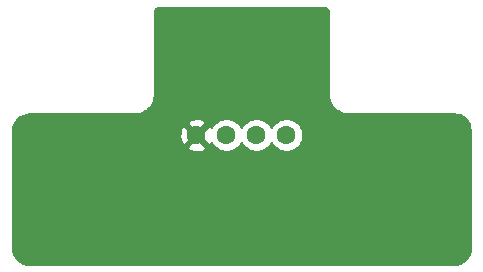
<source format=gbl>
G04 #@! TF.GenerationSoftware,KiCad,Pcbnew,(5.1.9-0-10_14)*
G04 #@! TF.CreationDate,2021-07-10T20:50:17+09:00*
G04 #@! TF.ProjectId,TouchSwitch,546f7563-6853-4776-9974-63682e6b6963,V1.0*
G04 #@! TF.SameCoordinates,Original*
G04 #@! TF.FileFunction,Copper,L2,Bot*
G04 #@! TF.FilePolarity,Positive*
%FSLAX46Y46*%
G04 Gerber Fmt 4.6, Leading zero omitted, Abs format (unit mm)*
G04 Created by KiCad (PCBNEW (5.1.9-0-10_14)) date 2021-07-10 20:50:17*
%MOMM*%
%LPD*%
G01*
G04 APERTURE LIST*
G04 #@! TA.AperFunction,ComponentPad*
%ADD10C,1.600000*%
G04 #@! TD*
G04 #@! TA.AperFunction,ViaPad*
%ADD11C,0.609600*%
G04 #@! TD*
G04 #@! TA.AperFunction,Conductor*
%ADD12C,0.254000*%
G04 #@! TD*
G04 #@! TA.AperFunction,Conductor*
%ADD13C,0.100000*%
G04 #@! TD*
G04 APERTURE END LIST*
D10*
X-3810000Y-11430000D03*
X3810000Y-11430000D03*
X1270000Y-11430000D03*
X-1270000Y-11430000D03*
D11*
X-7000000Y-15000000D03*
X7000000Y-15000000D03*
X0Y-22000000D03*
X-2000000Y-4500000D03*
X2000000Y-4500000D03*
D12*
X7065424Y-669580D02*
X7128356Y-688580D01*
X7186405Y-719445D01*
X7237343Y-760989D01*
X7279248Y-811644D01*
X7310515Y-869471D01*
X7329956Y-932272D01*
X7340000Y-1027835D01*
X7340001Y-8032419D01*
X7342783Y-8060664D01*
X7342740Y-8066801D01*
X7343640Y-8075972D01*
X7364041Y-8270069D01*
X7376068Y-8328658D01*
X7387277Y-8387423D01*
X7389941Y-8396245D01*
X7447653Y-8582683D01*
X7470838Y-8637838D01*
X7493242Y-8693291D01*
X7497568Y-8701427D01*
X7590393Y-8873104D01*
X7623846Y-8922699D01*
X7656600Y-8972753D01*
X7662424Y-8979894D01*
X7786828Y-9130272D01*
X7829263Y-9172411D01*
X7871126Y-9215161D01*
X7878227Y-9221034D01*
X8029469Y-9344384D01*
X8079277Y-9377477D01*
X8128651Y-9411284D01*
X8136757Y-9415667D01*
X8309080Y-9507292D01*
X8364392Y-9530090D01*
X8419366Y-9553652D01*
X8428169Y-9556377D01*
X8615006Y-9612786D01*
X8673686Y-9624405D01*
X8732196Y-9636842D01*
X8741361Y-9637805D01*
X8935594Y-9656850D01*
X8935598Y-9656850D01*
X8967581Y-9660000D01*
X17967721Y-9660000D01*
X18259659Y-9688625D01*
X18509429Y-9764035D01*
X18739792Y-9886522D01*
X18941980Y-10051422D01*
X19108286Y-10252450D01*
X19232378Y-10481954D01*
X19309531Y-10731195D01*
X19340000Y-11021089D01*
X19340001Y-20967711D01*
X19311375Y-21259660D01*
X19235965Y-21509429D01*
X19113477Y-21739794D01*
X18948579Y-21941979D01*
X18747546Y-22108288D01*
X18518046Y-22232378D01*
X18268805Y-22309531D01*
X17978911Y-22340000D01*
X-17967721Y-22340000D01*
X-18259660Y-22311375D01*
X-18509429Y-22235965D01*
X-18739794Y-22113477D01*
X-18941979Y-21948579D01*
X-19108288Y-21747546D01*
X-19232378Y-21518046D01*
X-19309531Y-21268805D01*
X-19340000Y-20978911D01*
X-19340000Y-12422702D01*
X-4623097Y-12422702D01*
X-4551514Y-12666671D01*
X-4296004Y-12787571D01*
X-4021816Y-12856300D01*
X-3739488Y-12870217D01*
X-3459870Y-12828787D01*
X-3193708Y-12733603D01*
X-3068486Y-12666671D01*
X-2996903Y-12422702D01*
X-3810000Y-11609605D01*
X-4623097Y-12422702D01*
X-19340000Y-12422702D01*
X-19340000Y-11500512D01*
X-5250217Y-11500512D01*
X-5208787Y-11780130D01*
X-5113603Y-12046292D01*
X-5046671Y-12171514D01*
X-4802702Y-12243097D01*
X-3989605Y-11430000D01*
X-3630395Y-11430000D01*
X-2817298Y-12243097D01*
X-2573329Y-12171514D01*
X-2542806Y-12107008D01*
X-2541680Y-12109727D01*
X-2384637Y-12344759D01*
X-2184759Y-12544637D01*
X-1949727Y-12701680D01*
X-1688574Y-12809853D01*
X-1411335Y-12865000D01*
X-1128665Y-12865000D01*
X-851426Y-12809853D01*
X-590273Y-12701680D01*
X-355241Y-12544637D01*
X-155363Y-12344759D01*
X0Y-12112241D01*
X155363Y-12344759D01*
X355241Y-12544637D01*
X590273Y-12701680D01*
X851426Y-12809853D01*
X1128665Y-12865000D01*
X1411335Y-12865000D01*
X1688574Y-12809853D01*
X1949727Y-12701680D01*
X2184759Y-12544637D01*
X2384637Y-12344759D01*
X2540000Y-12112241D01*
X2695363Y-12344759D01*
X2895241Y-12544637D01*
X3130273Y-12701680D01*
X3391426Y-12809853D01*
X3668665Y-12865000D01*
X3951335Y-12865000D01*
X4228574Y-12809853D01*
X4489727Y-12701680D01*
X4724759Y-12544637D01*
X4924637Y-12344759D01*
X5081680Y-12109727D01*
X5189853Y-11848574D01*
X5245000Y-11571335D01*
X5245000Y-11288665D01*
X5189853Y-11011426D01*
X5081680Y-10750273D01*
X4924637Y-10515241D01*
X4724759Y-10315363D01*
X4489727Y-10158320D01*
X4228574Y-10050147D01*
X3951335Y-9995000D01*
X3668665Y-9995000D01*
X3391426Y-10050147D01*
X3130273Y-10158320D01*
X2895241Y-10315363D01*
X2695363Y-10515241D01*
X2540000Y-10747759D01*
X2384637Y-10515241D01*
X2184759Y-10315363D01*
X1949727Y-10158320D01*
X1688574Y-10050147D01*
X1411335Y-9995000D01*
X1128665Y-9995000D01*
X851426Y-10050147D01*
X590273Y-10158320D01*
X355241Y-10315363D01*
X155363Y-10515241D01*
X0Y-10747759D01*
X-155363Y-10515241D01*
X-355241Y-10315363D01*
X-590273Y-10158320D01*
X-851426Y-10050147D01*
X-1128665Y-9995000D01*
X-1411335Y-9995000D01*
X-1688574Y-10050147D01*
X-1949727Y-10158320D01*
X-2184759Y-10315363D01*
X-2384637Y-10515241D01*
X-2540915Y-10749128D01*
X-2573329Y-10688486D01*
X-2817298Y-10616903D01*
X-3630395Y-11430000D01*
X-3989605Y-11430000D01*
X-4802702Y-10616903D01*
X-5046671Y-10688486D01*
X-5167571Y-10943996D01*
X-5236300Y-11218184D01*
X-5250217Y-11500512D01*
X-19340000Y-11500512D01*
X-19340000Y-11032279D01*
X-19311375Y-10740341D01*
X-19235965Y-10490571D01*
X-19207640Y-10437298D01*
X-4623097Y-10437298D01*
X-3810000Y-11250395D01*
X-2996903Y-10437298D01*
X-3068486Y-10193329D01*
X-3323996Y-10072429D01*
X-3598184Y-10003700D01*
X-3880512Y-9989783D01*
X-4160130Y-10031213D01*
X-4426292Y-10126397D01*
X-4551514Y-10193329D01*
X-4623097Y-10437298D01*
X-19207640Y-10437298D01*
X-19113478Y-10260208D01*
X-18948578Y-10058020D01*
X-18747550Y-9891714D01*
X-18518046Y-9767622D01*
X-18268805Y-9690469D01*
X-17978912Y-9660000D01*
X-8967581Y-9660000D01*
X-8939326Y-9657217D01*
X-8933199Y-9657260D01*
X-8924028Y-9656360D01*
X-8729931Y-9635959D01*
X-8671342Y-9623932D01*
X-8612577Y-9612723D01*
X-8603755Y-9610059D01*
X-8417317Y-9552347D01*
X-8362162Y-9529162D01*
X-8306709Y-9506758D01*
X-8298573Y-9502432D01*
X-8126896Y-9409607D01*
X-8077301Y-9376154D01*
X-8027247Y-9343400D01*
X-8020106Y-9337576D01*
X-7869728Y-9213172D01*
X-7827589Y-9170737D01*
X-7784839Y-9128874D01*
X-7778966Y-9121773D01*
X-7655616Y-8970531D01*
X-7622523Y-8920723D01*
X-7588716Y-8871349D01*
X-7584333Y-8863243D01*
X-7492708Y-8690920D01*
X-7469910Y-8635608D01*
X-7446348Y-8580634D01*
X-7443623Y-8571831D01*
X-7387214Y-8384994D01*
X-7375595Y-8326314D01*
X-7363158Y-8267804D01*
X-7362195Y-8258639D01*
X-7343150Y-8064406D01*
X-7343150Y-8064402D01*
X-7340000Y-8032419D01*
X-7340000Y-1032279D01*
X-7330420Y-934576D01*
X-7311420Y-871644D01*
X-7280555Y-813595D01*
X-7239011Y-762657D01*
X-7188356Y-720752D01*
X-7130529Y-689485D01*
X-7067728Y-670044D01*
X-6972165Y-660000D01*
X6967721Y-660000D01*
X7065424Y-669580D01*
G04 #@! TA.AperFunction,Conductor*
D13*
G36*
X7065424Y-669580D02*
G01*
X7128356Y-688580D01*
X7186405Y-719445D01*
X7237343Y-760989D01*
X7279248Y-811644D01*
X7310515Y-869471D01*
X7329956Y-932272D01*
X7340000Y-1027835D01*
X7340001Y-8032419D01*
X7342783Y-8060664D01*
X7342740Y-8066801D01*
X7343640Y-8075972D01*
X7364041Y-8270069D01*
X7376068Y-8328658D01*
X7387277Y-8387423D01*
X7389941Y-8396245D01*
X7447653Y-8582683D01*
X7470838Y-8637838D01*
X7493242Y-8693291D01*
X7497568Y-8701427D01*
X7590393Y-8873104D01*
X7623846Y-8922699D01*
X7656600Y-8972753D01*
X7662424Y-8979894D01*
X7786828Y-9130272D01*
X7829263Y-9172411D01*
X7871126Y-9215161D01*
X7878227Y-9221034D01*
X8029469Y-9344384D01*
X8079277Y-9377477D01*
X8128651Y-9411284D01*
X8136757Y-9415667D01*
X8309080Y-9507292D01*
X8364392Y-9530090D01*
X8419366Y-9553652D01*
X8428169Y-9556377D01*
X8615006Y-9612786D01*
X8673686Y-9624405D01*
X8732196Y-9636842D01*
X8741361Y-9637805D01*
X8935594Y-9656850D01*
X8935598Y-9656850D01*
X8967581Y-9660000D01*
X17967721Y-9660000D01*
X18259659Y-9688625D01*
X18509429Y-9764035D01*
X18739792Y-9886522D01*
X18941980Y-10051422D01*
X19108286Y-10252450D01*
X19232378Y-10481954D01*
X19309531Y-10731195D01*
X19340000Y-11021089D01*
X19340001Y-20967711D01*
X19311375Y-21259660D01*
X19235965Y-21509429D01*
X19113477Y-21739794D01*
X18948579Y-21941979D01*
X18747546Y-22108288D01*
X18518046Y-22232378D01*
X18268805Y-22309531D01*
X17978911Y-22340000D01*
X-17967721Y-22340000D01*
X-18259660Y-22311375D01*
X-18509429Y-22235965D01*
X-18739794Y-22113477D01*
X-18941979Y-21948579D01*
X-19108288Y-21747546D01*
X-19232378Y-21518046D01*
X-19309531Y-21268805D01*
X-19340000Y-20978911D01*
X-19340000Y-12422702D01*
X-4623097Y-12422702D01*
X-4551514Y-12666671D01*
X-4296004Y-12787571D01*
X-4021816Y-12856300D01*
X-3739488Y-12870217D01*
X-3459870Y-12828787D01*
X-3193708Y-12733603D01*
X-3068486Y-12666671D01*
X-2996903Y-12422702D01*
X-3810000Y-11609605D01*
X-4623097Y-12422702D01*
X-19340000Y-12422702D01*
X-19340000Y-11500512D01*
X-5250217Y-11500512D01*
X-5208787Y-11780130D01*
X-5113603Y-12046292D01*
X-5046671Y-12171514D01*
X-4802702Y-12243097D01*
X-3989605Y-11430000D01*
X-3630395Y-11430000D01*
X-2817298Y-12243097D01*
X-2573329Y-12171514D01*
X-2542806Y-12107008D01*
X-2541680Y-12109727D01*
X-2384637Y-12344759D01*
X-2184759Y-12544637D01*
X-1949727Y-12701680D01*
X-1688574Y-12809853D01*
X-1411335Y-12865000D01*
X-1128665Y-12865000D01*
X-851426Y-12809853D01*
X-590273Y-12701680D01*
X-355241Y-12544637D01*
X-155363Y-12344759D01*
X0Y-12112241D01*
X155363Y-12344759D01*
X355241Y-12544637D01*
X590273Y-12701680D01*
X851426Y-12809853D01*
X1128665Y-12865000D01*
X1411335Y-12865000D01*
X1688574Y-12809853D01*
X1949727Y-12701680D01*
X2184759Y-12544637D01*
X2384637Y-12344759D01*
X2540000Y-12112241D01*
X2695363Y-12344759D01*
X2895241Y-12544637D01*
X3130273Y-12701680D01*
X3391426Y-12809853D01*
X3668665Y-12865000D01*
X3951335Y-12865000D01*
X4228574Y-12809853D01*
X4489727Y-12701680D01*
X4724759Y-12544637D01*
X4924637Y-12344759D01*
X5081680Y-12109727D01*
X5189853Y-11848574D01*
X5245000Y-11571335D01*
X5245000Y-11288665D01*
X5189853Y-11011426D01*
X5081680Y-10750273D01*
X4924637Y-10515241D01*
X4724759Y-10315363D01*
X4489727Y-10158320D01*
X4228574Y-10050147D01*
X3951335Y-9995000D01*
X3668665Y-9995000D01*
X3391426Y-10050147D01*
X3130273Y-10158320D01*
X2895241Y-10315363D01*
X2695363Y-10515241D01*
X2540000Y-10747759D01*
X2384637Y-10515241D01*
X2184759Y-10315363D01*
X1949727Y-10158320D01*
X1688574Y-10050147D01*
X1411335Y-9995000D01*
X1128665Y-9995000D01*
X851426Y-10050147D01*
X590273Y-10158320D01*
X355241Y-10315363D01*
X155363Y-10515241D01*
X0Y-10747759D01*
X-155363Y-10515241D01*
X-355241Y-10315363D01*
X-590273Y-10158320D01*
X-851426Y-10050147D01*
X-1128665Y-9995000D01*
X-1411335Y-9995000D01*
X-1688574Y-10050147D01*
X-1949727Y-10158320D01*
X-2184759Y-10315363D01*
X-2384637Y-10515241D01*
X-2540915Y-10749128D01*
X-2573329Y-10688486D01*
X-2817298Y-10616903D01*
X-3630395Y-11430000D01*
X-3989605Y-11430000D01*
X-4802702Y-10616903D01*
X-5046671Y-10688486D01*
X-5167571Y-10943996D01*
X-5236300Y-11218184D01*
X-5250217Y-11500512D01*
X-19340000Y-11500512D01*
X-19340000Y-11032279D01*
X-19311375Y-10740341D01*
X-19235965Y-10490571D01*
X-19207640Y-10437298D01*
X-4623097Y-10437298D01*
X-3810000Y-11250395D01*
X-2996903Y-10437298D01*
X-3068486Y-10193329D01*
X-3323996Y-10072429D01*
X-3598184Y-10003700D01*
X-3880512Y-9989783D01*
X-4160130Y-10031213D01*
X-4426292Y-10126397D01*
X-4551514Y-10193329D01*
X-4623097Y-10437298D01*
X-19207640Y-10437298D01*
X-19113478Y-10260208D01*
X-18948578Y-10058020D01*
X-18747550Y-9891714D01*
X-18518046Y-9767622D01*
X-18268805Y-9690469D01*
X-17978912Y-9660000D01*
X-8967581Y-9660000D01*
X-8939326Y-9657217D01*
X-8933199Y-9657260D01*
X-8924028Y-9656360D01*
X-8729931Y-9635959D01*
X-8671342Y-9623932D01*
X-8612577Y-9612723D01*
X-8603755Y-9610059D01*
X-8417317Y-9552347D01*
X-8362162Y-9529162D01*
X-8306709Y-9506758D01*
X-8298573Y-9502432D01*
X-8126896Y-9409607D01*
X-8077301Y-9376154D01*
X-8027247Y-9343400D01*
X-8020106Y-9337576D01*
X-7869728Y-9213172D01*
X-7827589Y-9170737D01*
X-7784839Y-9128874D01*
X-7778966Y-9121773D01*
X-7655616Y-8970531D01*
X-7622523Y-8920723D01*
X-7588716Y-8871349D01*
X-7584333Y-8863243D01*
X-7492708Y-8690920D01*
X-7469910Y-8635608D01*
X-7446348Y-8580634D01*
X-7443623Y-8571831D01*
X-7387214Y-8384994D01*
X-7375595Y-8326314D01*
X-7363158Y-8267804D01*
X-7362195Y-8258639D01*
X-7343150Y-8064406D01*
X-7343150Y-8064402D01*
X-7340000Y-8032419D01*
X-7340000Y-1032279D01*
X-7330420Y-934576D01*
X-7311420Y-871644D01*
X-7280555Y-813595D01*
X-7239011Y-762657D01*
X-7188356Y-720752D01*
X-7130529Y-689485D01*
X-7067728Y-670044D01*
X-6972165Y-660000D01*
X6967721Y-660000D01*
X7065424Y-669580D01*
G37*
G04 #@! TD.AperFunction*
M02*

</source>
